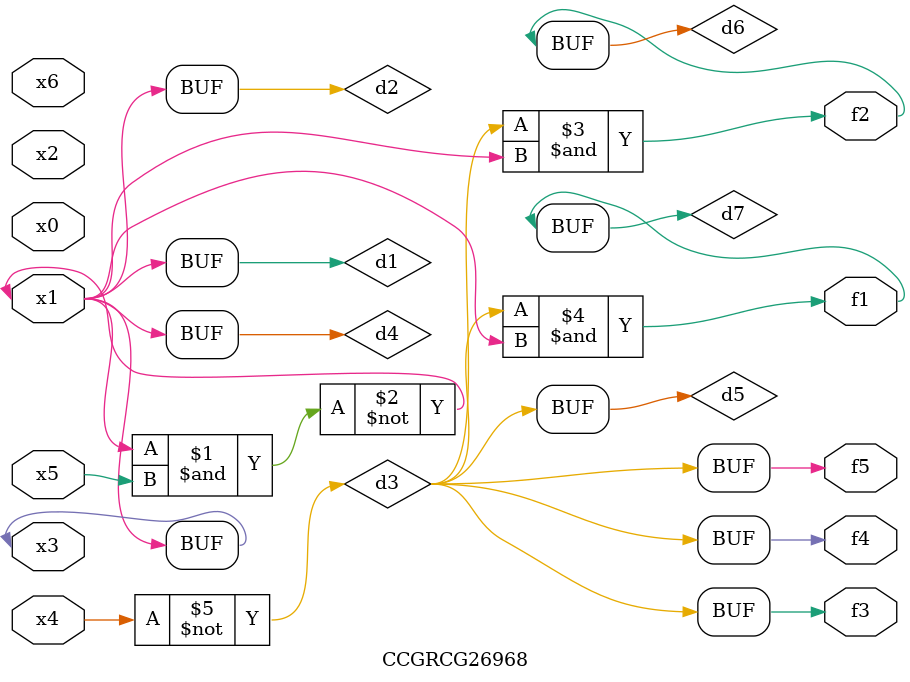
<source format=v>
module CCGRCG26968(
	input x0, x1, x2, x3, x4, x5, x6,
	output f1, f2, f3, f4, f5
);

	wire d1, d2, d3, d4, d5, d6, d7;

	buf (d1, x1, x3);
	nand (d2, x1, x5);
	not (d3, x4);
	buf (d4, d1, d2);
	buf (d5, d3);
	and (d6, d3, d4);
	and (d7, d3, d4);
	assign f1 = d7;
	assign f2 = d6;
	assign f3 = d5;
	assign f4 = d5;
	assign f5 = d5;
endmodule

</source>
